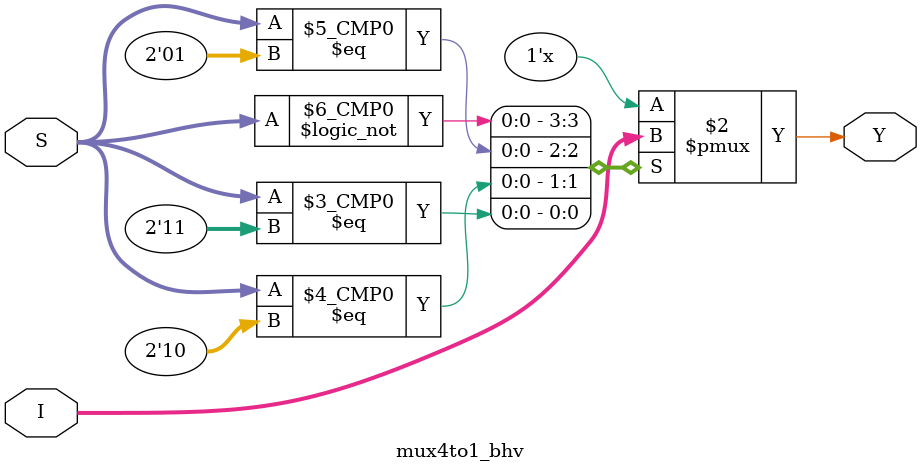
<source format=v>
module mux4to1_bhv(I,S,Y);
    input wire [0:3] I;
    input wire [1:0] S;
    output reg Y;
    always @(*) begin
        case (S)
            2'b00: Y = I[0];
            2'b01: Y = I[1];
            2'b10: Y = I[2];
            2'b11: Y = I[3];
            default: Y = 1'b0;
        endcase
    end
endmodule

</source>
